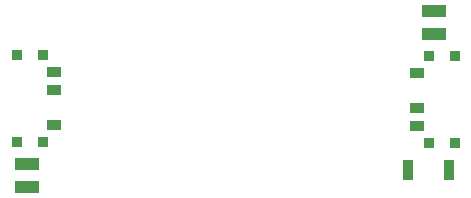
<source format=gbr>
%TF.GenerationSoftware,KiCad,Pcbnew,(6.0.6)*%
%TF.CreationDate,2022-10-25T17:15:21+11:00*%
%TF.ProjectId,battpack-double-ended,62617474-7061-4636-9b2d-646f75626c65,v1.0.0*%
%TF.SameCoordinates,Original*%
%TF.FileFunction,Paste,Bot*%
%TF.FilePolarity,Positive*%
%FSLAX46Y46*%
G04 Gerber Fmt 4.6, Leading zero omitted, Abs format (unit mm)*
G04 Created by KiCad (PCBNEW (6.0.6)) date 2022-10-25 17:15:21*
%MOMM*%
%LPD*%
G01*
G04 APERTURE LIST*
%ADD10R,2.000000X1.000000*%
%ADD11R,0.900000X1.700000*%
%ADD12R,0.900000X0.900000*%
%ADD13R,1.250000X0.900000*%
G04 APERTURE END LIST*
D10*
%TO.C,PAD2*%
X82100000Y-44600000D03*
%TD*%
%TO.C,PAD2*%
X47600000Y-55550000D03*
%TD*%
D11*
%TO.C,B2*%
X79900000Y-56100000D03*
X83300000Y-56100000D03*
%TD*%
D10*
%TO.C,PAD1*%
X82100000Y-42600000D03*
%TD*%
%TO.C,PAD1*%
X47600000Y-57550000D03*
%TD*%
D12*
%TO.C,T1*%
X83800000Y-53800000D03*
X83800000Y-46400000D03*
X81600000Y-53800000D03*
X81600000Y-46400000D03*
D13*
X80625000Y-47850000D03*
X80625000Y-50850000D03*
X80625000Y-52350000D03*
%TD*%
D12*
%TO.C,T1*%
X46717752Y-46350000D03*
X46717752Y-53750000D03*
X48917752Y-46350000D03*
X48917752Y-53750000D03*
D13*
X49892752Y-52300000D03*
X49892752Y-49300000D03*
X49892752Y-47800000D03*
%TD*%
M02*

</source>
